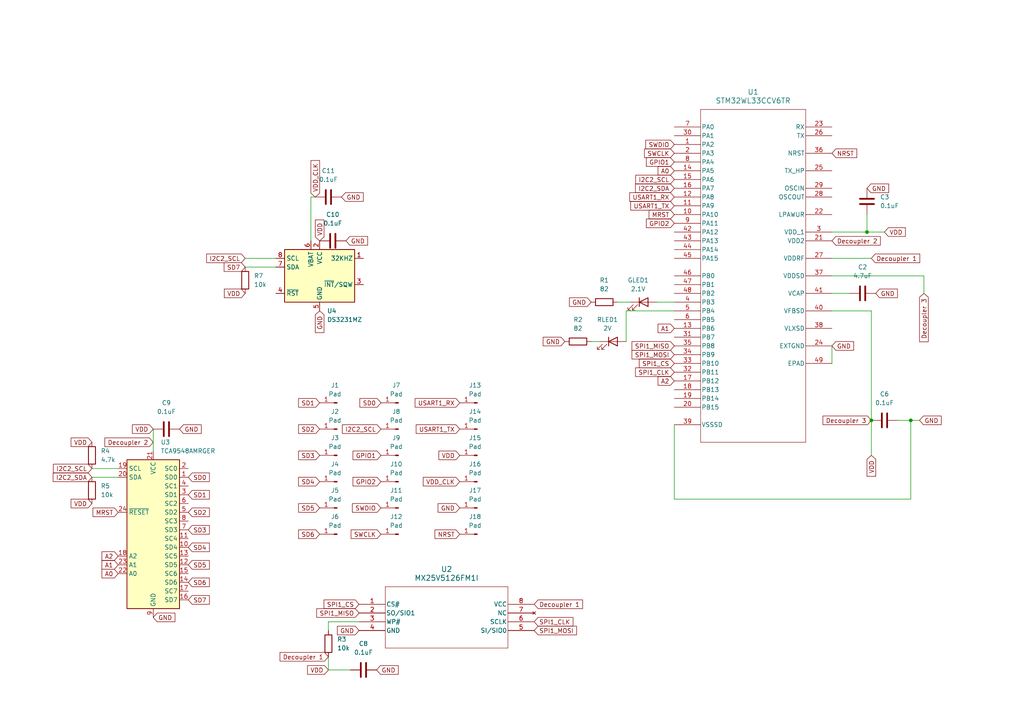
<source format=kicad_sch>
(kicad_sch (version 20250114) (generator "eeschema") (generator_version "9.0")
  (paper "A4")
  (lib_symbols
    (symbol "Connector:Conn_01x01_Pin" (pin_names (offset 1.016) (hide yes))
      (property "Reference" "J" (at 0 2.54 0))
      (property "Value" "Conn_01x01_Pin" (at 0 -2.54 0))
      (symbol "Conn_01x01_Pin_1_1"
        (rectangle (start 0.8636 0.127) (end 0 -0.127) (stroke (width 0.1524)) (fill (type outline)))
        (polyline (pts (xy 1.27 0) (xy 0.8636 0)) (stroke (width 0.1524)))
        (pin passive line (at 5.08 0 180) (length 3.81) (name "Pin_1") (number "1"))
      )
    )
    (symbol "Device:C" (pin_numbers (hide yes)) (pin_names (offset 0.254))
      (property "Reference" "C" (at 0.635 2.54 0))
      (property "Value" "C" (at 0.635 -2.54 0))
      (symbol "C_0_1"
        (polyline (pts (xy -2.032 0.762) (xy 2.032 0.762)) (stroke (width 0.508)))
        (polyline (pts (xy -2.032 -0.762) (xy 2.032 -0.762)) (stroke (width 0.508)))
      )
      (symbol "C_1_1"
        (pin passive line (at 0 3.81 270) (length 2.794) (name "~") (number "1"))
        (pin passive line (at 0 -3.81 90) (length 2.794) (name "~") (number "2"))
      )
    )
    (symbol "Device:LED" (pin_numbers (hide yes)) (pin_names (offset 1.016) (hide yes))
      (property "Reference" "D" (at 0 2.54 0))
      (property "Value" "LED" (at 0 -2.54 0))
      (symbol "LED_0_1"
        (polyline (pts (xy -3.048 -0.762) (xy -4.572 -2.286) (xy -3.81 -2.286) (xy -4.572 -2.286) (xy -4.572 -1.524)))
        (polyline (pts (xy -1.778 -0.762) (xy -3.302 -2.286) (xy -2.54 -2.286) (xy -3.302 -2.286) (xy -3.302 -1.524)))
        (polyline (pts (xy -1.27 0) (xy 1.27 0)))
        (polyline (pts (xy -1.27 -1.27) (xy -1.27 1.27)) (stroke (width 0.254)))
        (polyline (pts (xy 1.27 -1.27) (xy 1.27 1.27) (xy -1.27 0) (xy 1.27 -1.27)) (stroke (width 0.254)))
      )
      (symbol "LED_1_1"
        (pin passive line (at -3.81 0 0) (length 2.54) (name "K") (number "1"))
        (pin passive line (at 3.81 0 180) (length 2.54) (name "A") (number "2"))
      )
    )
    (symbol "Device:R" (pin_numbers (hide yes)) (pin_names (offset 0))
      (property "Reference" "R" (at 2.032 0 90))
      (property "Value" "R" (at 0 0 90))
      (symbol "R_0_1"
        (rectangle (start -1.016 -2.54) (end 1.016 2.54) (stroke (width 0.254)))
      )
      (symbol "R_1_1"
        (pin passive line (at 0 3.81 270) (length 1.27) (name "~") (number "1"))
        (pin passive line (at 0 -3.81 90) (length 1.27) (name "~") (number "2"))
      )
    )
    (symbol "Interface_Expansion:TCA9548AMRGER"
      (property "Reference" "U" (at -7.62 21.59 0))
      (property "Value" "TCA9548AMRGER" (at 1.016 21.59 0))
      (symbol "TCA9548AMRGER_0_1"
        (rectangle (start -7.62 20.32) (end 7.62 -22.86) (stroke (width 0.254)) (fill (type background)))
      )
      (symbol "TCA9548AMRGER_1_1"
        (pin input line (at -10.16 17.78 0) (length 2.54) (name "SCL") (number "19"))
        (pin bidirectional line (at -10.16 15.24 0) (length 2.54) (name "SDA") (number "20"))
        (pin input line (at -10.16 5.08 0) (length 2.54) (name "~{RESET}") (number "24"))
        (pin input line (at -10.16 -7.62 0) (length 2.54) (name "A2") (number "18"))
        (pin input line (at -10.16 -10.16 0) (length 2.54) (name "A1") (number "23"))
        (pin input line (at -10.16 -12.7 0) (length 2.54) (name "A0") (number "22"))
        (pin no_connect line (at -7.62 -15.24 0) (length 2.54) (hide yes) (name "1EP") (number "25"))
        (pin power_in line (at 0 22.86 270) (length 2.54) (name "VCC") (number "21"))
        (pin power_in line (at 0 -25.4 90) (length 2.54) (name "GND") (number "9"))
        (pin output line (at 10.16 17.78 180) (length 2.54) (name "SC0") (number "2"))
        (pin bidirectional line (at 10.16 15.24 180) (length 2.54) (name "SD0") (number "1"))
        (pin output line (at 10.16 12.7 180) (length 2.54) (name "SC1") (number "4"))
        (pin bidirectional line (at 10.16 10.16 180) (length 2.54) (name "SD1") (number "3"))
        (pin output line (at 10.16 7.62 180) (length 2.54) (name "SC2") (number "6"))
        (pin bidirectional line (at 10.16 5.08 180) (length 2.54) (name "SD2") (number "5"))
        (pin output line (at 10.16 2.54 180) (length 2.54) (name "SC3") (number "8"))
        (pin bidirectional line (at 10.16 0 180) (length 2.54) (name "SD3") (number "7"))
        (pin output line (at 10.16 -2.54 180) (length 2.54) (name "SC4") (number "11"))
        (pin bidirectional line (at 10.16 -5.08 180) (length 2.54) (name "SD4") (number "10"))
        (pin output line (at 10.16 -7.62 180) (length 2.54) (name "SC5") (number "13"))
        (pin bidirectional line (at 10.16 -10.16 180) (length 2.54) (name "SD5") (number "12"))
        (pin output line (at 10.16 -12.7 180) (length 2.54) (name "SC6") (number "15"))
        (pin bidirectional line (at 10.16 -15.24 180) (length 2.54) (name "SD6") (number "14"))
        (pin output line (at 10.16 -17.78 180) (length 2.54) (name "SC7") (number "17"))
        (pin bidirectional line (at 10.16 -20.32 180) (length 2.54) (name "SD7") (number "16"))
      )
    )
    (symbol "MX25V5126FM1I:MX25V5126FM1I" (pin_names (offset 0.254))
      (property "Reference" "U" (at 25.4 10.16 0))
      (property "Value" "MX25V5126FM1I" (at 25.4 7.62 0))
      (symbol "MX25V5126FM1I_0_1"
        (polyline (pts (xy 7.62 5.08) (xy 7.62 -12.7)) (stroke (width 0.127)))
        (polyline (pts (xy 7.62 -12.7) (xy 43.18 -12.7)) (stroke (width 0.127)))
        (polyline (pts (xy 43.18 5.08) (xy 7.62 5.08)) (stroke (width 0.127)))
        (polyline (pts (xy 43.18 -12.7) (xy 43.18 5.08)) (stroke (width 0.127)))
        (pin unspecified line (at 0 0 0) (length 7.62) (name "CS#") (number "1"))
        (pin bidirectional line (at 0 -2.54 0) (length 7.62) (name "SO/SIO1") (number "2"))
        (pin unspecified line (at 0 -5.08 0) (length 7.62) (name "WP#") (number "3"))
        (pin power_out line (at 0 -7.62 0) (length 7.62) (name "GND") (number "4"))
        (pin power_in line (at 50.8 0 180) (length 7.62) (name "VCC") (number "8"))
        (pin no_connect line (at 50.8 -2.54 180) (length 7.62) (name "NC") (number "7"))
        (pin input line (at 50.8 -5.08 180) (length 7.62) (name "SCLK") (number "6"))
        (pin bidirectional line (at 50.8 -7.62 180) (length 7.62) (name "SI/SIO0") (number "5"))
      )
    )
    (symbol "STM32WL33CCV6:STM32WL33CCV6TR" (pin_names (offset 0.254))
      (property "Reference" "U" (at 22.86 10.16 0))
      (property "Value" "STM32WL33CCV6TR" (at 22.86 7.62 0))
      (symbol "STM32WL33CCV6TR_0_1"
        (polyline (pts (xy 7.62 5.08) (xy 7.62 -91.44)) (stroke (width 0.127)))
        (polyline (pts (xy 7.62 -91.44) (xy 38.1 -91.44)) (stroke (width 0.127)))
        (polyline (pts (xy 38.1 5.08) (xy 7.62 5.08)) (stroke (width 0.127)))
        (polyline (pts (xy 38.1 -91.44) (xy 38.1 5.08)) (stroke (width 0.127)))
        (pin bidirectional line (at 0 0 0) (length 7.62) (name "PA0") (number "7"))
        (pin bidirectional line (at 0 -2.54 0) (length 7.62) (name "PA1") (number "30"))
        (pin bidirectional line (at 0 -5.08 0) (length 7.62) (name "PA2") (number "1"))
        (pin bidirectional line (at 0 -7.62 0) (length 7.62) (name "PA3") (number "2"))
        (pin bidirectional line (at 0 -10.16 0) (length 7.62) (name "PA4") (number "8"))
        (pin bidirectional line (at 0 -12.7 0) (length 7.62) (name "PA5") (number "14"))
        (pin bidirectional line (at 0 -15.24 0) (length 7.62) (name "PA6") (number "15"))
        (pin bidirectional line (at 0 -17.78 0) (length 7.62) (name "PA7") (number "16"))
        (pin bidirectional line (at 0 -20.32 0) (length 7.62) (name "PA8") (number "12"))
        (pin bidirectional line (at 0 -22.86 0) (length 7.62) (name "PA9") (number "11"))
        (pin bidirectional line (at 0 -25.4 0) (length 7.62) (name "PA10") (number "10"))
        (pin bidirectional line (at 0 -27.94 0) (length 7.62) (name "PA11") (number "9"))
        (pin bidirectional line (at 0 -30.48 0) (length 7.62) (name "PA12") (number "42"))
        (pin bidirectional line (at 0 -33.02 0) (length 7.62) (name "PA13") (number "43"))
        (pin bidirectional line (at 0 -35.56 0) (length 7.62) (name "PA14") (number "44"))
        (pin bidirectional line (at 0 -38.1 0) (length 7.62) (name "PA15") (number "45"))
        (pin bidirectional line (at 0 -43.18 0) (length 7.62) (name "PB0") (number "46"))
        (pin bidirectional line (at 0 -45.72 0) (length 7.62) (name "PB1") (number "47"))
        (pin bidirectional line (at 0 -48.26 0) (length 7.62) (name "PB2") (number "48"))
        (pin bidirectional line (at 0 -50.8 0) (length 7.62) (name "PB3") (number "4"))
        (pin bidirectional line (at 0 -53.34 0) (length 7.62) (name "PB4") (number "5"))
        (pin bidirectional line (at 0 -55.88 0) (length 7.62) (name "PB5") (number "6"))
        (pin bidirectional line (at 0 -58.42 0) (length 7.62) (name "PB6") (number "13"))
        (pin bidirectional line (at 0 -60.96 0) (length 7.62) (name "PB7") (number "31"))
        (pin bidirectional line (at 0 -63.5 0) (length 7.62) (name "PB8") (number "35"))
        (pin bidirectional line (at 0 -66.04 0) (length 7.62) (name "PB9") (number "34"))
        (pin bidirectional line (at 0 -68.58 0) (length 7.62) (name "PB10") (number "33"))
        (pin bidirectional line (at 0 -71.12 0) (length 7.62) (name "PB11") (number "32"))
        (pin bidirectional line (at 0 -73.66 0) (length 7.62) (name "PB12") (number "17"))
        (pin bidirectional line (at 0 -76.2 0) (length 7.62) (name "PB13") (number "18"))
        (pin bidirectional line (at 0 -78.74 0) (length 7.62) (name "PB14") (number "19"))
        (pin bidirectional line (at 0 -81.28 0) (length 7.62) (name "PB15") (number "20"))
        (pin power_in line (at 0 -86.36 0) (length 7.62) (name "VSSSD") (number "39"))
        (pin unspecified line (at 45.72 0 180) (length 7.62) (name "RX") (number "23"))
        (pin unspecified line (at 45.72 -2.54 180) (length 7.62) (name "TX") (number "26"))
        (pin bidirectional line (at 45.72 -7.62 180) (length 7.62) (name "NRST") (number "36"))
        (pin unspecified line (at 45.72 -12.7 180) (length 7.62) (name "TX_HP") (number "25"))
        (pin input line (at 45.72 -17.78 180) (length 7.62) (name "OSCIN") (number "29"))
        (pin output line (at 45.72 -20.32 180) (length 7.62) (name "OSCOUT") (number "28"))
        (pin unspecified line (at 45.72 -25.4 180) (length 7.62) (name "LPAWUR") (number "22"))
        (pin power_in line (at 45.72 -30.48 180) (length 7.62) (name "VDD_1") (number "3"))
        (pin power_in line (at 45.72 -33.02 180) (length 7.62) (name "VDD2") (number "21"))
        (pin power_in line (at 45.72 -38.1 180) (length 7.62) (name "VDDRF") (number "27"))
        (pin power_in line (at 45.72 -43.18 180) (length 7.62) (name "VDDSD") (number "37"))
        (pin power_in line (at 45.72 -48.26 180) (length 7.62) (name "VCAP") (number "41"))
        (pin power_in line (at 45.72 -53.34 180) (length 7.62) (name "VFBSD") (number "40"))
        (pin power_in line (at 45.72 -58.42 180) (length 7.62) (name "VLXSD") (number "38"))
        (pin power_in line (at 45.72 -63.5 180) (length 7.62) (name "EXTGND") (number "24"))
        (pin unspecified line (at 45.72 -68.58 180) (length 7.62) (name "EPAD") (number "49"))
      )
    )
    (symbol "Timer_RTC:DS3231MZ"
      (property "Reference" "U" (at -7.62 8.89 0))
      (property "Value" "DS3231MZ" (at 11.43 8.89 0))
      (symbol "DS3231MZ_0_1"
        (rectangle (start -10.16 7.62) (end 10.16 -7.62) (stroke (width 0.254)) (fill (type background)))
      )
      (symbol "DS3231MZ_1_1"
        (pin input line (at -12.7 5.08 0) (length 2.54) (name "SCL") (number "8"))
        (pin bidirectional line (at -12.7 2.54 0) (length 2.54) (name "SDA") (number "7"))
        (pin bidirectional line (at -12.7 -5.08 0) (length 2.54) (name "~{RST}") (number "4"))
        (pin power_in line (at -2.54 10.16 270) (length 2.54) (name "VBAT") (number "6"))
        (pin power_in line (at 0 10.16 270) (length 2.54) (name "VCC") (number "2"))
        (pin power_in line (at 0 -10.16 90) (length 2.54) (name "GND") (number "5"))
        (pin open_collector line (at 12.7 5.08 180) (length 2.54) (name "32KHZ") (number "1"))
        (pin open_collector line (at 12.7 -2.54 180) (length 2.54) (name "~{INT}/SQW") (number "3"))
      )
    )
  )
  (junction (at 252.73 121.92))
  (junction (at 251.46 67.31))
  (junction (at 264.16 121.92))
  (wire (pts (xy 241.3 90.17) (xy 252.73 90.17)))
  (wire (pts (xy 241.3 80.01) (xy 267.97 80.01)))
  (wire (pts (xy 181.61 90.17) (xy 181.61 99.06)))
  (wire (pts (xy 95.25 180.34) (xy 104.14 180.34)))
  (wire (pts (xy 26.67 138.43) (xy 34.29 138.43)))
  (wire (pts (xy 252.73 121.92) (xy 252.73 132.08)))
  (wire (pts (xy 252.73 90.17) (xy 252.73 121.92)))
  (wire (pts (xy 179.07 87.63) (xy 182.88 87.63)))
  (wire (pts (xy 195.58 123.19) (xy 195.58 144.78)))
  (wire (pts (xy 95.25 190.5) (xy 95.25 194.31)))
  (wire (pts (xy 171.45 99.06) (xy 173.99 99.06)))
  (wire (pts (xy 190.5 87.63) (xy 195.58 87.63)))
  (wire (pts (xy 44.45 124.46) (xy 44.45 130.81)))
  (wire (pts (xy 241.3 100.33) (xy 241.3 105.41)))
  (wire (pts (xy 195.58 144.78) (xy 264.16 144.78)))
  (wire (pts (xy 241.3 74.93) (xy 252.73 74.93)))
  (wire (pts (xy 195.58 90.17) (xy 181.61 90.17)))
  (wire (pts (xy 267.97 80.01) (xy 267.97 85.09)))
  (wire (pts (xy 26.67 135.89) (xy 34.29 135.89)))
  (wire (pts (xy 251.46 67.31) (xy 256.54 67.31)))
  (wire (pts (xy 241.3 85.09) (xy 246.38 85.09)))
  (wire (pts (xy 71.12 74.93) (xy 80.01 74.93)))
  (wire (pts (xy 90.17 69.85) (xy 90.17 57.15)))
  (wire (pts (xy 71.12 77.47) (xy 80.01 77.47)))
  (wire (pts (xy 264.16 144.78) (xy 264.16 121.92)))
  (wire (pts (xy 264.16 121.92) (xy 266.7 121.92)))
  (wire (pts (xy 251.46 62.23) (xy 251.46 67.31)))
  (wire (pts (xy 260.35 121.92) (xy 264.16 121.92)))
  (wire (pts (xy 95.25 182.88) (xy 95.25 180.34)))
  (wire (pts (xy 241.3 67.31) (xy 251.46 67.31)))
  (wire (pts (xy 90.17 57.15) (xy 91.44 57.15)))
  (wire (pts (xy 95.25 194.31) (xy 101.6 194.31)))
  (global_label "GPIO1" (shape input) (at 110.49 132.08 180) (property "Intersheetrefs" "${INTERSHEET_REFS}" (effects (hide yes))))
  (global_label "SD0" (shape input) (at 110.49 116.84 180) (property "Intersheetrefs" "${INTERSHEET_REFS}" (effects (hide yes))))
  (global_label "GND" (shape input) (at 52.07 124.46 0) (property "Intersheetrefs" "${INTERSHEET_REFS}" (effects (hide yes))))
  (global_label "A2" (shape input) (at 195.58 110.49 180) (property "Intersheetrefs" "${INTERSHEET_REFS}" (effects (hide yes))))
  (global_label "USART1_TX" (shape input) (at 195.58 59.69 180) (property "Intersheetrefs" "${INTERSHEET_REFS}" (effects (hide yes))))
  (global_label "SPI1_MISO" (shape input) (at 104.14 177.8 180) (property "Intersheetrefs" "${INTERSHEET_REFS}" (effects (hide yes))))
  (global_label "SPI1_CS" (shape input) (at 104.14 175.26 180) (property "Intersheetrefs" "${INTERSHEET_REFS}" (effects (hide yes))))
  (global_label "Decoupler 1" (shape input) (at 154.94 175.26 0) (property "Intersheetrefs" "${INTERSHEET_REFS}" (effects (hide yes))))
  (global_label "GND" (shape input) (at 44.45 179.07 0) (property "Intersheetrefs" "${INTERSHEET_REFS}" (effects (hide yes))))
  (global_label "SWDIO" (shape input) (at 195.58 41.91 180) (property "Intersheetrefs" "${INTERSHEET_REFS}" (effects (hide yes))))
  (global_label "GPIO2" (shape input) (at 110.49 139.7 180) (property "Intersheetrefs" "${INTERSHEET_REFS}" (effects (hide yes))))
  (global_label "VDD_CLK" (shape input) (at 133.35 139.7 180) (property "Intersheetrefs" "${INTERSHEET_REFS}" (effects (hide yes))))
  (global_label "A2" (shape input) (at 34.29 161.29 180) (property "Intersheetrefs" "${INTERSHEET_REFS}" (effects (hide yes))))
  (global_label "SD1" (shape input) (at 92.71 116.84 180) (property "Intersheetrefs" "${INTERSHEET_REFS}" (effects (hide yes))))
  (global_label "MRST" (shape input) (at 34.29 148.59 180) (property "Intersheetrefs" "${INTERSHEET_REFS}" (effects (hide yes))))
  (global_label "SWCLK" (shape input) (at 195.58 44.45 180) (property "Intersheetrefs" "${INTERSHEET_REFS}" (effects (hide yes))))
  (global_label "A1" (shape input) (at 195.58 95.25 180) (property "Intersheetrefs" "${INTERSHEET_REFS}" (effects (hide yes))))
  (global_label "Decoupler 3" (shape input) (at 252.73 121.92 180) (property "Intersheetrefs" "${INTERSHEET_REFS}" (effects (hide yes))))
  (global_label "SD6" (shape input) (at 54.61 168.91 0) (property "Intersheetrefs" "${INTERSHEET_REFS}" (effects (hide yes))))
  (global_label "SD4" (shape input) (at 54.61 158.75 0) (property "Intersheetrefs" "${INTERSHEET_REFS}" (effects (hide yes))))
  (global_label "I2C2_SDA" (shape input) (at 26.67 138.43 180) (property "Intersheetrefs" "${INTERSHEET_REFS}" (effects (hide yes))))
  (global_label "SPI1_CLK" (shape input) (at 195.58 107.95 180) (property "Intersheetrefs" "${INTERSHEET_REFS}" (effects (hide yes))))
  (global_label "GND" (shape input) (at 266.7 121.92 0) (property "Intersheetrefs" "${INTERSHEET_REFS}" (effects (hide yes))))
  (global_label "SPI1_MISO" (shape input) (at 195.58 100.33 180) (property "Intersheetrefs" "${INTERSHEET_REFS}" (effects (hide yes))))
  (global_label "SD5" (shape input) (at 54.61 163.83 0) (property "Intersheetrefs" "${INTERSHEET_REFS}" (effects (hide yes))))
  (global_label "USART1_RX" (shape input) (at 133.35 116.84 180) (property "Intersheetrefs" "${INTERSHEET_REFS}" (effects (hide yes))))
  (global_label "GND" (shape input) (at 133.35 147.32 180) (property "Intersheetrefs" "${INTERSHEET_REFS}" (effects (hide yes))))
  (global_label "SD3" (shape input) (at 54.61 153.67 0) (property "Intersheetrefs" "${INTERSHEET_REFS}" (effects (hide yes))))
  (global_label "NRST" (shape input) (at 133.35 154.94 180) (property "Intersheetrefs" "${INTERSHEET_REFS}" (effects (hide yes))))
  (global_label "VDD_CLK" (shape input) (at 91.44 57.15 90) (property "Intersheetrefs" "${INTERSHEET_REFS}" (effects (hide yes))))
  (global_label "I2C2_SCL" (shape input) (at 195.58 52.07 180) (property "Intersheetrefs" "${INTERSHEET_REFS}" (effects (hide yes))))
  (global_label "GND" (shape input) (at 163.83 99.06 180) (property "Intersheetrefs" "${INTERSHEET_REFS}" (effects (hide yes))))
  (global_label "SD4" (shape input) (at 92.71 139.7 180) (property "Intersheetrefs" "${INTERSHEET_REFS}" (effects (hide yes))))
  (global_label "SD0" (shape input) (at 54.61 138.43 0) (property "Intersheetrefs" "${INTERSHEET_REFS}" (effects (hide yes))))
  (global_label "I2C2_SCL" (shape input) (at 26.67 135.89 180) (property "Intersheetrefs" "${INTERSHEET_REFS}" (effects (hide yes))))
  (global_label "GND" (shape input) (at 99.06 57.15 0) (property "Intersheetrefs" "${INTERSHEET_REFS}" (effects (hide yes))))
  (global_label "GPIO2" (shape input) (at 195.58 64.77 180) (property "Intersheetrefs" "${INTERSHEET_REFS}" (effects (hide yes))))
  (global_label "SD7" (shape input) (at 71.12 77.47 180) (property "Intersheetrefs" "${INTERSHEET_REFS}" (effects (hide yes))))
  (global_label "SWCLK" (shape input) (at 110.49 154.94 180) (property "Intersheetrefs" "${INTERSHEET_REFS}" (effects (hide yes))))
  (global_label "SD2" (shape input) (at 92.71 124.46 180) (property "Intersheetrefs" "${INTERSHEET_REFS}" (effects (hide yes))))
  (global_label "GND" (shape input) (at 92.71 90.17 270) (property "Intersheetrefs" "${INTERSHEET_REFS}" (effects (hide yes))))
  (global_label "SPI1_CS" (shape input) (at 195.58 105.41 180) (property "Intersheetrefs" "${INTERSHEET_REFS}" (effects (hide yes))))
  (global_label "GND" (shape input) (at 241.3 100.33 0) (property "Intersheetrefs" "${INTERSHEET_REFS}" (effects (hide yes))))
  (global_label "SWDIO" (shape input) (at 110.49 147.32 180) (property "Intersheetrefs" "${INTERSHEET_REFS}" (effects (hide yes))))
  (global_label "VDD" (shape input) (at 71.12 85.09 180) (property "Intersheetrefs" "${INTERSHEET_REFS}" (effects (hide yes))))
  (global_label "VDD" (shape input) (at 95.25 194.31 180) (property "Intersheetrefs" "${INTERSHEET_REFS}" (effects (hide yes))))
  (global_label "Decoupler 2" (shape input) (at 44.45 128.27 180) (property "Intersheetrefs" "${INTERSHEET_REFS}" (effects (hide yes))))
  (global_label "A0" (shape input) (at 195.58 49.53 180) (property "Intersheetrefs" "${INTERSHEET_REFS}" (effects (hide yes))))
  (global_label "VDD" (shape input) (at 26.67 128.27 180) (property "Intersheetrefs" "${INTERSHEET_REFS}" (effects (hide yes))))
  (global_label "A0" (shape input) (at 34.29 166.37 180) (property "Intersheetrefs" "${INTERSHEET_REFS}" (effects (hide yes))))
  (global_label "USART1_TX" (shape input) (at 133.35 124.46 180) (property "Intersheetrefs" "${INTERSHEET_REFS}" (effects (hide yes))))
  (global_label "A1" (shape input) (at 34.29 163.83 180) (property "Intersheetrefs" "${INTERSHEET_REFS}" (effects (hide yes))))
  (global_label "SD1" (shape input) (at 54.61 143.51 0) (property "Intersheetrefs" "${INTERSHEET_REFS}" (effects (hide yes))))
  (global_label "SD6" (shape input) (at 92.71 154.94 180) (property "Intersheetrefs" "${INTERSHEET_REFS}" (effects (hide yes))))
  (global_label "I2C2_SCL" (shape input) (at 110.49 124.46 180) (property "Intersheetrefs" "${INTERSHEET_REFS}" (effects (hide yes))))
  (global_label "I2C2_SCL" (shape input) (at 71.12 74.93 180) (property "Intersheetrefs" "${INTERSHEET_REFS}" (effects (hide yes))))
  (global_label "Decoupler 1" (shape input) (at 95.25 190.5 180) (property "Intersheetrefs" "${INTERSHEET_REFS}" (effects (hide yes))))
  (global_label "SD5" (shape input) (at 92.71 147.32 180) (property "Intersheetrefs" "${INTERSHEET_REFS}" (effects (hide yes))))
  (global_label "Decoupler 2" (shape input) (at 241.3 69.85 0) (property "Intersheetrefs" "${INTERSHEET_REFS}" (effects (hide yes))))
  (global_label "GPIO1" (shape input) (at 195.58 46.99 180) (property "Intersheetrefs" "${INTERSHEET_REFS}" (effects (hide yes))))
  (global_label "Decoupler 3" (shape input) (at 267.97 85.09 270) (property "Intersheetrefs" "${INTERSHEET_REFS}" (effects (hide yes))))
  (global_label "GND" (shape input) (at 254 85.09 0) (property "Intersheetrefs" "${INTERSHEET_REFS}" (effects (hide yes))))
  (global_label "USART1_RX" (shape input) (at 195.58 57.15 180) (property "Intersheetrefs" "${INTERSHEET_REFS}" (effects (hide yes))))
  (global_label "GND" (shape input) (at 104.14 182.88 180) (property "Intersheetrefs" "${INTERSHEET_REFS}" (effects (hide yes))))
  (global_label "VDD" (shape input) (at 26.67 146.05 180) (property "Intersheetrefs" "${INTERSHEET_REFS}" (effects (hide yes))))
  (global_label "VDD" (shape input) (at 133.35 132.08 180) (property "Intersheetrefs" "${INTERSHEET_REFS}" (effects (hide yes))))
  (global_label "GND" (shape input) (at 109.22 194.31 0) (property "Intersheetrefs" "${INTERSHEET_REFS}" (effects (hide yes))))
  (global_label "VDD" (shape input) (at 252.73 132.08 270) (property "Intersheetrefs" "${INTERSHEET_REFS}" (effects (hide yes))))
  (global_label "SPI1_CLK" (shape input) (at 154.94 180.34 0) (property "Intersheetrefs" "${INTERSHEET_REFS}" (effects (hide yes))))
  (global_label "SPI1_MOSI" (shape input) (at 154.94 182.88 0) (property "Intersheetrefs" "${INTERSHEET_REFS}" (effects (hide yes))))
  (global_label "Decoupler 1" (shape input) (at 252.73 74.93 0) (property "Intersheetrefs" "${INTERSHEET_REFS}" (effects (hide yes))))
  (global_label "SD7" (shape input) (at 54.61 173.99 0) (property "Intersheetrefs" "${INTERSHEET_REFS}" (effects (hide yes))))
  (global_label "VDD" (shape input) (at 92.71 69.85 90) (property "Intersheetrefs" "${INTERSHEET_REFS}" (effects (hide yes))))
  (global_label "VDD" (shape input) (at 44.45 124.46 180) (property "Intersheetrefs" "${INTERSHEET_REFS}" (effects (hide yes))))
  (global_label "SD2" (shape input) (at 54.61 148.59 0) (property "Intersheetrefs" "${INTERSHEET_REFS}" (effects (hide yes))))
  (global_label "SD3" (shape input) (at 92.71 132.08 180) (property "Intersheetrefs" "${INTERSHEET_REFS}" (effects (hide yes))))
  (global_label "GND" (shape input) (at 171.45 87.63 180) (property "Intersheetrefs" "${INTERSHEET_REFS}" (effects (hide yes))))
  (global_label "GND" (shape input) (at 251.46 54.61 0) (property "Intersheetrefs" "${INTERSHEET_REFS}" (effects (hide yes))))
  (global_label "NRST" (shape input) (at 241.3 44.45 0) (property "Intersheetrefs" "${INTERSHEET_REFS}" (effects (hide yes))))
  (global_label "SPI1_MOSI" (shape input) (at 195.58 102.87 180) (property "Intersheetrefs" "${INTERSHEET_REFS}" (effects (hide yes))))
  (global_label "VDD" (shape input) (at 256.54 67.31 0) (property "Intersheetrefs" "${INTERSHEET_REFS}" (effects (hide yes))))
  (global_label "MRST" (shape input) (at 195.58 62.23 180) (property "Intersheetrefs" "${INTERSHEET_REFS}" (effects (hide yes))))
  (global_label "I2C2_SDA" (shape input) (at 195.58 54.61 180) (property "Intersheetrefs" "${INTERSHEET_REFS}" (effects (hide yes))))
  (global_label "GND" (shape input) (at 100.33 69.85 0) (property "Intersheetrefs" "${INTERSHEET_REFS}" (effects (hide yes))))
  (symbol (lib_id "Device:C") (at 256.54 121.92 90) (unit 1)
    (property "Reference" "C6" (at 256.54 114.3 90))
    (property "Value" "0.1uF" (at 256.54 116.84 90))
    (property "Footprint" "Capacitor_SMD:C_0201_0603Metric" (effects (hide yes)))
    (property "Description" "Unpolarized capacitor" (effects (hide yes)))
  )
  (symbol (lib_id "Connector:Conn_01x01_Pin") (at 115.57 124.46 180) (unit 1)
    (property "Reference" "J8" (at 114.935 119.38 0))
    (property "Value" "Pad" (at 114.935 121.92 0))
    (property "Footprint" "Connector_Wire:SolderWire-0.1sqmm_1x01_D0.4mm_OD1mm" (effects (hide yes)))
    (property "Description" "Generic connector, single row, 01x01, script generated" (effects (hide yes)))
  )
  (symbol (lib_id "Connector:Conn_01x01_Pin") (at 115.57 116.84 180) (unit 1)
    (property "Reference" "J7" (at 114.935 111.76 0))
    (property "Value" "Pad" (at 114.935 114.3 0))
    (property "Footprint" "Connector_Wire:SolderWire-0.1sqmm_1x01_D0.4mm_OD1mm" (effects (hide yes)))
    (property "Description" "Generic connector, single row, 01x01, script generated" (effects (hide yes)))
  )
  (symbol (lib_id "Connector:Conn_01x01_Pin") (at 115.57 132.08 180) (unit 1)
    (property "Reference" "J9" (at 114.935 127 0))
    (property "Value" "Pad" (at 114.935 129.54 0))
    (property "Footprint" "Connector_Wire:SolderWire-0.1sqmm_1x01_D0.4mm_OD1mm" (effects (hide yes)))
    (property "Description" "Generic connector, single row, 01x01, script generated" (effects (hide yes)))
  )
  (symbol (lib_id "Device:C") (at 105.41 194.31 90) (unit 1)
    (property "Reference" "C8" (at 105.41 186.69 90))
    (property "Value" "0.1uF" (at 105.41 189.23 90))
    (property "Footprint" "Capacitor_SMD:C_0201_0603Metric" (effects (hide yes)))
    (property "Description" "Unpolarized capacitor" (effects (hide yes)))
  )
  (symbol (lib_id "Device:C") (at 95.25 57.15 90) (unit 1)
    (property "Reference" "C11" (at 95.25 49.53 90))
    (property "Value" "0.1uF" (at 95.25 52.07 90))
    (property "Footprint" "Capacitor_SMD:C_0201_0603Metric" (effects (hide yes)))
    (property "Description" "Unpolarized capacitor" (effects (hide yes)))
  )
  (symbol (lib_id "Connector:Conn_01x01_Pin") (at 138.43 154.94 180) (unit 1)
    (property "Reference" "J18" (at 137.795 149.86 0))
    (property "Value" "Pad" (at 137.795 152.4 0))
    (property "Footprint" "Connector_Wire:SolderWire-0.1sqmm_1x01_D0.4mm_OD1mm" (effects (hide yes)))
    (property "Description" "Generic connector, single row, 01x01, script generated" (effects (hide yes)))
  )
  (symbol (lib_id "Connector:Conn_01x01_Pin") (at 138.43 139.7 180) (unit 1)
    (property "Reference" "J16" (at 137.795 134.62 0))
    (property "Value" "Pad" (at 137.795 137.16 0))
    (property "Footprint" "Connector_Wire:SolderWire-0.1sqmm_1x01_D0.4mm_OD1mm" (effects (hide yes)))
    (property "Description" "Generic connector, single row, 01x01, script generated" (effects (hide yes)))
  )
  (symbol (lib_id "Connector:Conn_01x01_Pin") (at 138.43 116.84 180) (unit 1)
    (property "Reference" "J13" (at 137.795 111.76 0))
    (property "Value" "Pad" (at 137.795 114.3 0))
    (property "Footprint" "Connector_Wire:SolderWire-0.1sqmm_1x01_D0.4mm_OD1mm" (effects (hide yes)))
    (property "Description" "Generic connector, single row, 01x01, script generated" (effects (hide yes)))
  )
  (symbol (lib_id "Device:R") (at 71.12 81.28 180) (unit 1)
    (property "Reference" "R7" (at 73.66 80.0099 0) (effects (justify right)))
    (property "Value" "10k" (at 73.66 82.5499 0) (effects (justify right)))
    (property "Footprint" "Resistor_SMD:R_0201_0603Metric" (effects (hide yes)))
    (property "Description" "Resistor" (effects (hide yes)))
  )
  (symbol (lib_id "Connector:Conn_01x01_Pin") (at 97.79 132.08 180) (unit 1)
    (property "Reference" "J3" (at 97.155 127 0))
    (property "Value" "Pad" (at 97.155 129.54 0))
    (property "Footprint" "Connector_Wire:SolderWire-0.1sqmm_1x01_D0.4mm_OD1mm" (effects (hide yes)))
    (property "Description" "Generic connector, single row, 01x01, script generated" (effects (hide yes)))
  )
  (symbol (lib_id "Device:C") (at 250.19 85.09 90) (unit 1)
    (property "Reference" "C2" (at 250.19 77.47 90))
    (property "Value" "4.7uF" (at 250.19 80.01 90))
    (property "Footprint" "Capacitor_SMD:C_0201_0603Metric" (effects (hide yes)))
    (property "Description" "Unpolarized capacitor" (effects (hide yes)))
  )
  (symbol (lib_id "Device:R") (at 167.64 99.06 90) (unit 1)
    (property "Reference" "R2" (at 167.64 92.71 90))
    (property "Value" "82" (at 167.64 95.25 90))
    (property "Footprint" "Resistor_SMD:R_0201_0603Metric" (effects (hide yes)))
    (property "Description" "Resistor" (effects (hide yes)))
  )
  (symbol (lib_id "Connector:Conn_01x01_Pin") (at 115.57 154.94 180) (unit 1)
    (property "Reference" "J12" (at 114.935 149.86 0))
    (property "Value" "Pad" (at 114.935 152.4 0))
    (property "Footprint" "Connector_Wire:SolderWire-0.1sqmm_1x01_D0.4mm_OD1mm" (effects (hide yes)))
    (property "Description" "Generic connector, single row, 01x01, script generated" (effects (hide yes)))
  )
  (symbol (lib_id "MX25V5126FM1I:MX25V5126FM1I") (at 104.14 175.26 0) (unit 1)
    (property "Reference" "U2" (at 129.54 165.1 0) (effects (font (size 1.524 1.524))))
    (property "Value" "MX25V5126FM1I" (at 129.54 167.64 0) (effects (font (size 1.524 1.524))))
    (property "Footprint" "8-SOP_MX25V_M1_MAC" (effects (hide yes)))
    (property "Datasheet" "MX25V5126FM1I" (effects (hide yes)))
  )
  (symbol (lib_id "Timer_RTC:DS3231MZ") (at 92.71 80.01 0) (unit 1)
    (property "Reference" "U4" (at 94.8533 90.17 0) (effects (justify left)))
    (property "Value" "DS3231MZ" (at 94.8533 92.71 0) (effects (justify left)))
    (property "Footprint" "Package_SO:SOIC-8_3.9x4.9mm_P1.27mm" (effects (hide yes)))
    (property "Datasheet" "http://datasheets.maximintegrated.com/en/ds/DS3231M.pdf" (effects (hide yes)))
    (property "Description" "±5ppm, I2C Real-Time Clock SOIC-8" (effects (hide yes)))
  )
  (symbol (lib_id "Device:R") (at 175.26 87.63 90) (unit 1)
    (property "Reference" "R1" (at 175.26 81.28 90))
    (property "Value" "82" (at 175.26 83.82 90))
    (property "Footprint" "Resistor_SMD:R_0201_0603Metric" (effects (hide yes)))
    (property "Description" "Resistor" (effects (hide yes)))
  )
  (symbol (lib_id "Connector:Conn_01x01_Pin") (at 138.43 124.46 180) (unit 1)
    (property "Reference" "J14" (at 137.795 119.38 0))
    (property "Value" "Pad" (at 137.795 121.92 0))
    (property "Footprint" "Connector_Wire:SolderWire-0.1sqmm_1x01_D0.4mm_OD1mm" (effects (hide yes)))
    (property "Description" "Generic connector, single row, 01x01, script generated" (effects (hide yes)))
  )
  (symbol (lib_id "Connector:Conn_01x01_Pin") (at 97.79 124.46 180) (unit 1)
    (property "Reference" "J2" (at 97.155 119.38 0))
    (property "Value" "Pad" (at 97.155 121.92 0))
    (property "Footprint" "Connector_Wire:SolderWire-0.1sqmm_1x01_D0.4mm_OD1mm" (effects (hide yes)))
    (property "Description" "Generic connector, single row, 01x01, script generated" (effects (hide yes)))
  )
  (symbol (lib_id "Connector:Conn_01x01_Pin") (at 97.79 139.7 180) (unit 1)
    (property "Reference" "J4" (at 97.155 134.62 0))
    (property "Value" "Pad" (at 97.155 137.16 0))
    (property "Footprint" "Connector_Wire:SolderWire-0.1sqmm_1x01_D0.4mm_OD1mm" (effects (hide yes)))
    (property "Description" "Generic connector, single row, 01x01, script generated" (effects (hide yes)))
  )
  (symbol (lib_id "Connector:Conn_01x01_Pin") (at 115.57 139.7 180) (unit 1)
    (property "Reference" "J10" (at 114.935 134.62 0))
    (property "Value" "Pad" (at 114.935 137.16 0))
    (property "Footprint" "Connector_Wire:SolderWire-0.1sqmm_1x01_D0.4mm_OD1mm" (effects (hide yes)))
    (property "Description" "Generic connector, single row, 01x01, script generated" (effects (hide yes)))
  )
  (symbol (lib_id "Device:R") (at 26.67 142.24 0) (unit 1)
    (property "Reference" "R5" (at 29.21 140.9699 0) (effects (justify left)))
    (property "Value" "10k" (at 29.21 143.5099 0) (effects (justify left)))
    (property "Footprint" "Resistor_SMD:R_0201_0603Metric" (effects (hide yes)))
    (property "Description" "Resistor" (effects (hide yes)))
  )
  (symbol (lib_id "Device:LED") (at 186.69 87.63 0) (unit 1)
    (property "Reference" "GLED1" (at 185.1025 81.28 0))
    (property "Value" "2.1V" (at 185.1025 83.82 0))
    (property "Footprint" "LED_SMD:LED_0201_0603Metric" (effects (hide yes)))
    (property "Description" "Light emitting diode" (effects (hide yes)))
    (property "Sim.Pins" "1=K 2=A" (effects (hide yes)))
  )
  (symbol (lib_id "Connector:Conn_01x01_Pin") (at 138.43 147.32 180) (unit 1)
    (property "Reference" "J17" (at 137.795 142.24 0))
    (property "Value" "Pad" (at 137.795 144.78 0))
    (property "Footprint" "Connector_Wire:SolderWire-0.1sqmm_1x01_D0.4mm_OD1mm" (effects (hide yes)))
    (property "Description" "Generic connector, single row, 01x01, script generated" (effects (hide yes)))
  )
  (symbol (lib_id "Device:C") (at 48.26 124.46 90) (unit 1)
    (property "Reference" "C9" (at 48.26 116.84 90))
    (property "Value" "0.1uF" (at 48.26 119.38 90))
    (property "Footprint" "Capacitor_SMD:C_0201_0603Metric" (effects (hide yes)))
    (property "Description" "Unpolarized capacitor" (effects (hide yes)))
  )
  (symbol (lib_id "Connector:Conn_01x01_Pin") (at 115.57 147.32 180) (unit 1)
    (property "Reference" "J11" (at 114.935 142.24 0))
    (property "Value" "Pad" (at 114.935 144.78 0))
    (property "Footprint" "Connector_Wire:SolderWire-0.1sqmm_1x01_D0.4mm_OD1mm" (effects (hide yes)))
    (property "Description" "Generic connector, single row, 01x01, script generated" (effects (hide yes)))
  )
  (symbol (lib_id "Connector:Conn_01x01_Pin") (at 97.79 147.32 180) (unit 1)
    (property "Reference" "J5" (at 97.155 142.24 0))
    (property "Value" "Pad" (at 97.155 144.78 0))
    (property "Footprint" "Connector_Wire:SolderWire-0.1sqmm_1x01_D0.4mm_OD1mm" (effects (hide yes)))
    (property "Description" "Generic connector, single row, 01x01, script generated" (effects (hide yes)))
  )
  (symbol (lib_id "Device:LED") (at 177.8 99.06 0) (unit 1)
    (property "Reference" "RLED1" (at 176.2125 92.71 0))
    (property "Value" "2V" (at 176.2125 95.25 0))
    (property "Footprint" "LED_SMD:LED_0201_0603Metric" (effects (hide yes)))
    (property "Description" "Light emitting diode" (effects (hide yes)))
    (property "Sim.Pins" "1=K 2=A" (effects (hide yes)))
  )
  (symbol (lib_id "Device:C") (at 251.46 58.42 0) (unit 1)
    (property "Reference" "C3" (at 255.27 57.1499 0) (effects (justify left)))
    (property "Value" "0.1uF" (at 255.27 59.6899 0) (effects (justify left)))
    (property "Footprint" "Capacitor_SMD:C_0201_0603Metric" (effects (hide yes)))
    (property "Description" "Unpolarized capacitor" (effects (hide yes)))
  )
  (symbol (lib_id "Connector:Conn_01x01_Pin") (at 97.79 154.94 180) (unit 1)
    (property "Reference" "J6" (at 97.155 149.86 0))
    (property "Value" "Pad" (at 97.155 152.4 0))
    (property "Footprint" "Connector_Wire:SolderWire-0.1sqmm_1x01_D0.4mm_OD1mm" (effects (hide yes)))
    (property "Description" "Generic connector, single row, 01x01, script generated" (effects (hide yes)))
  )
  (symbol (lib_id "STM32WL33CCV6:STM32WL33CCV6TR") (at 195.58 36.83 0) (unit 1)
    (property "Reference" "U1" (at 218.44 26.67 0) (effects (font (size 1.524 1.524))))
    (property "Value" "STM32WL33CCV6TR" (at 218.44 29.21 0) (effects (font (size 1.524 1.524))))
    (property "Footprint" "VFQFPN-48_6x6x0p9mm_STM" (effects (hide yes)))
    (property "Datasheet" "https://www.st.com/resource/en/datasheet/stm32wl33c8.pdf" (effects (hide yes)))
  )
  (symbol (lib_id "Connector:Conn_01x01_Pin") (at 97.79 116.84 180) (unit 1)
    (property "Reference" "J1" (at 97.155 111.76 0))
    (property "Value" "Pad" (at 97.155 114.3 0))
    (property "Footprint" "Connector_Wire:SolderWire-0.1sqmm_1x01_D0.4mm_OD1mm" (effects (hide yes)))
    (property "Description" "Generic connector, single row, 01x01, script generated" (effects (hide yes)))
  )
  (symbol (lib_id "Interface_Expansion:TCA9548AMRGER") (at 44.45 153.67 0) (unit 1)
    (property "Reference" "U3" (at 46.5933 128.27 0) (effects (justify left)))
    (property "Value" "TCA9548AMRGER" (at 46.5933 130.81 0) (effects (justify left)))
    (property "Footprint" "Package_DFN_QFN:Texas_RGE0024C_VQFN-24-1EP_4x4mm_P0.5mm_EP2.1x2.1mm" (effects (hide yes)))
    (property "Datasheet" "http://www.ti.com/lit/ds/symlink/tca9548a.pdf" (effects (hide yes)))
    (property "Description" "Low voltage 8-channel I2C switch with reset, VQFN-24" (effects (hide yes)))
  )
  (symbol (lib_id "Device:R") (at 95.25 186.69 0) (unit 1)
    (property "Reference" "R3" (at 97.79 185.4199 0) (effects (justify left)))
    (property "Value" "10k" (at 97.79 187.9599 0) (effects (justify left)))
    (property "Footprint" "Resistor_SMD:R_0201_0603Metric" (effects (hide yes)))
    (property "Description" "Resistor" (effects (hide yes)))
  )
  (symbol (lib_id "Device:C") (at 96.52 69.85 90) (unit 1)
    (property "Reference" "C10" (at 96.52 62.23 90))
    (property "Value" "0.1uF" (at 96.52 64.77 90))
    (property "Footprint" "Capacitor_SMD:C_0201_0603Metric" (effects (hide yes)))
    (property "Description" "Unpolarized capacitor" (effects (hide yes)))
  )
  (symbol (lib_id "Device:R") (at 26.67 132.08 0) (unit 1)
    (property "Reference" "R4" (at 29.21 130.8099 0) (effects (justify left)))
    (property "Value" "4.7k" (at 29.21 133.3499 0) (effects (justify left)))
    (property "Footprint" "Resistor_SMD:R_0201_0603Metric" (effects (hide yes)))
    (property "Description" "Resistor" (effects (hide yes)))
  )
  (symbol (lib_id "Connector:Conn_01x01_Pin") (at 138.43 132.08 180) (unit 1)
    (property "Reference" "J15" (at 137.795 127 0))
    (property "Value" "Pad" (at 137.795 129.54 0))
    (property "Footprint" "Connector_Wire:SolderWire-0.1sqmm_1x01_D0.4mm_OD1mm" (effects (hide yes)))
    (property "Description" "Generic connector, single row, 01x01, script generated" (effects (hide yes)))
  )
)
</source>
